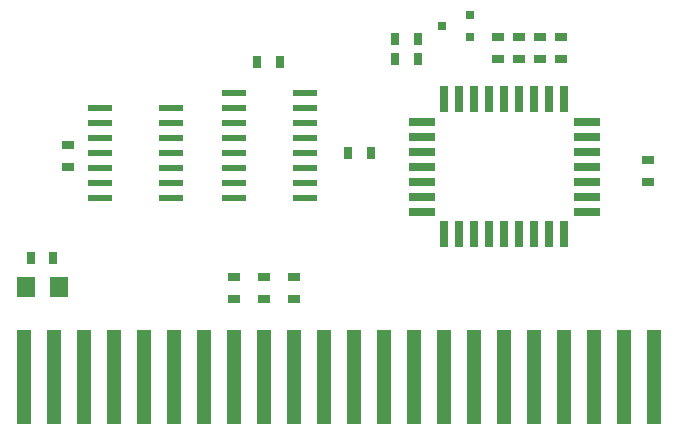
<source format=gtp>
G04 #@! TF.FileFunction,Paste,Top*
%FSLAX46Y46*%
G04 Gerber Fmt 4.6, Leading zero omitted, Abs format (unit mm)*
G04 Created by KiCad (PCBNEW 4.0.7-e2-6376~58~ubuntu16.04.1) date Wed Mar 28 10:52:48 2018*
%MOMM*%
%LPD*%
G01*
G04 APERTURE LIST*
%ADD10C,0.203200*%
%ADD11R,1.000000X0.800000*%
%ADD12R,0.800000X1.000000*%
%ADD13R,0.800000X0.800000*%
%ADD14R,2.286000X0.762000*%
%ADD15R,0.762000X2.286000*%
%ADD16R,2.000000X0.500000*%
%ADD17R,1.600000X1.800000*%
%ADD18R,1.270000X8.001000*%
G04 APERTURE END LIST*
D10*
D11*
X137160000Y-132730200D03*
X137160000Y-134630200D03*
X134620000Y-132730200D03*
X134620000Y-134630200D03*
X139700000Y-134630200D03*
X139700000Y-132730200D03*
X156972000Y-112410200D03*
X156972000Y-114310200D03*
X158750000Y-114310200D03*
X158750000Y-112410200D03*
X162306000Y-114310200D03*
X162306000Y-112410200D03*
X160528000Y-114310200D03*
X160528000Y-112410200D03*
D12*
X150175000Y-114249200D03*
X148275000Y-114249200D03*
X150175000Y-112598200D03*
X148275000Y-112598200D03*
X117414000Y-131140200D03*
X119314000Y-131140200D03*
X136591000Y-114503200D03*
X138491000Y-114503200D03*
D11*
X169672000Y-124724200D03*
X169672000Y-122824200D03*
X120523000Y-123454200D03*
X120523000Y-121554200D03*
D13*
X154632000Y-112405200D03*
X154632000Y-110505200D03*
X152200000Y-111455200D03*
D14*
X150495000Y-123393200D03*
X150495000Y-124663200D03*
X150495000Y-125933200D03*
X150495000Y-127203200D03*
D15*
X152400000Y-129108200D03*
X153670000Y-129108200D03*
X154940000Y-129108200D03*
X156210000Y-129108200D03*
X157480000Y-129108200D03*
X158750000Y-129108200D03*
X160020000Y-129108200D03*
X161290000Y-129108200D03*
X162560000Y-129108200D03*
D14*
X164465000Y-127203200D03*
X164465000Y-125933200D03*
X164465000Y-124663200D03*
X164465000Y-123393200D03*
X164465000Y-122123200D03*
X164465000Y-120853200D03*
X164465000Y-119583200D03*
D15*
X162560000Y-117678200D03*
X161290000Y-117678200D03*
X160020000Y-117678200D03*
X158750000Y-117678200D03*
X157480000Y-117678200D03*
X156210000Y-117678200D03*
X154940000Y-117678200D03*
X153670000Y-117678200D03*
X152400000Y-117678200D03*
D14*
X150495000Y-119583200D03*
X150495000Y-120853200D03*
X150495000Y-122123200D03*
D16*
X134589000Y-117170200D03*
X134589000Y-118440200D03*
X134589000Y-119710200D03*
X134589000Y-120980200D03*
X134589000Y-122250200D03*
X134589000Y-123520200D03*
X134589000Y-124790200D03*
X134589000Y-126060200D03*
X140589000Y-126060200D03*
X140589000Y-124790200D03*
X140589000Y-123520200D03*
X140589000Y-122250200D03*
X140589000Y-120980200D03*
X140589000Y-119710200D03*
X140589000Y-118440200D03*
X140589000Y-117170200D03*
X123286000Y-118440200D03*
X123286000Y-119710200D03*
X123286000Y-120980200D03*
X123286000Y-122250200D03*
X123286000Y-123520200D03*
X123286000Y-124790200D03*
X123286000Y-126060200D03*
X129286000Y-126060200D03*
X129286000Y-124790200D03*
X129286000Y-123520200D03*
X129286000Y-122250200D03*
X129286000Y-120980200D03*
X129286000Y-119710200D03*
X129286000Y-118440200D03*
D17*
X119767000Y-133553200D03*
X116967000Y-133553200D03*
D18*
X116840000Y-141224000D03*
X119380000Y-141224000D03*
X121920000Y-141224000D03*
X124460000Y-141224000D03*
X127000000Y-141224000D03*
X129540000Y-141224000D03*
X132080000Y-141224000D03*
X134620000Y-141224000D03*
X137160000Y-141224000D03*
X139700000Y-141224000D03*
X142240000Y-141224000D03*
X144780000Y-141224000D03*
X147320000Y-141224000D03*
X149860000Y-141224000D03*
X152400000Y-141224000D03*
X154940000Y-141224000D03*
X157480000Y-141224000D03*
X160020000Y-141224000D03*
X162560000Y-141224000D03*
X165100000Y-141224000D03*
X167640000Y-141224000D03*
X170180000Y-141224000D03*
D12*
X146177000Y-122250200D03*
X144277000Y-122250200D03*
M02*

</source>
